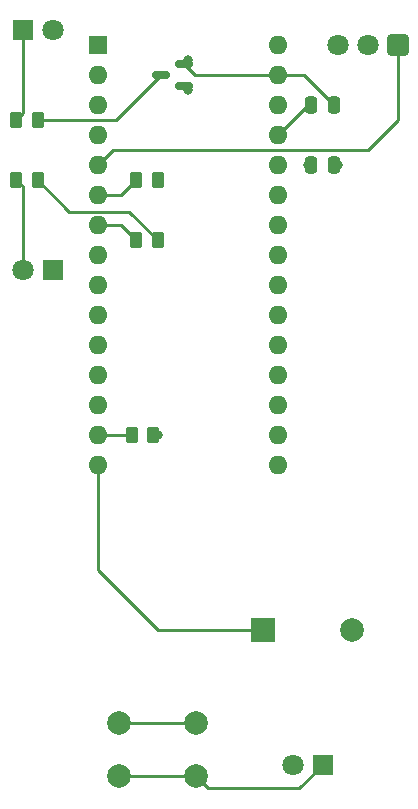
<source format=gtl>
G04 #@! TF.GenerationSoftware,KiCad,Pcbnew,6.0.1-79c1e3a40b~116~ubuntu20.04.1*
G04 #@! TF.CreationDate,2022-02-01T23:26:20-08:00*
G04 #@! TF.ProjectId,Laser_Tag,4c617365-725f-4546-9167-2e6b69636164,2-1-22*
G04 #@! TF.SameCoordinates,Original*
G04 #@! TF.FileFunction,Copper,L1,Top*
G04 #@! TF.FilePolarity,Positive*
%FSLAX46Y46*%
G04 Gerber Fmt 4.6, Leading zero omitted, Abs format (unit mm)*
G04 Created by KiCad (PCBNEW 6.0.1-79c1e3a40b~116~ubuntu20.04.1) date 2022-02-01 23:26:20*
%MOMM*%
%LPD*%
G01*
G04 APERTURE LIST*
G04 Aperture macros list*
%AMRoundRect*
0 Rectangle with rounded corners*
0 $1 Rounding radius*
0 $2 $3 $4 $5 $6 $7 $8 $9 X,Y pos of 4 corners*
0 Add a 4 corners polygon primitive as box body*
4,1,4,$2,$3,$4,$5,$6,$7,$8,$9,$2,$3,0*
0 Add four circle primitives for the rounded corners*
1,1,$1+$1,$2,$3*
1,1,$1+$1,$4,$5*
1,1,$1+$1,$6,$7*
1,1,$1+$1,$8,$9*
0 Add four rect primitives between the rounded corners*
20,1,$1+$1,$2,$3,$4,$5,0*
20,1,$1+$1,$4,$5,$6,$7,0*
20,1,$1+$1,$6,$7,$8,$9,0*
20,1,$1+$1,$8,$9,$2,$3,0*%
G04 Aperture macros list end*
G04 #@! TA.AperFunction,SMDPad,CuDef*
%ADD10RoundRect,0.250000X-0.250000X-0.475000X0.250000X-0.475000X0.250000X0.475000X-0.250000X0.475000X0*%
G04 #@! TD*
G04 #@! TA.AperFunction,ComponentPad*
%ADD11C,2.000000*%
G04 #@! TD*
G04 #@! TA.AperFunction,SMDPad,CuDef*
%ADD12RoundRect,0.250000X-0.262500X-0.450000X0.262500X-0.450000X0.262500X0.450000X-0.262500X0.450000X0*%
G04 #@! TD*
G04 #@! TA.AperFunction,SMDPad,CuDef*
%ADD13RoundRect,0.250000X0.262500X0.450000X-0.262500X0.450000X-0.262500X-0.450000X0.262500X-0.450000X0*%
G04 #@! TD*
G04 #@! TA.AperFunction,SMDPad,CuDef*
%ADD14RoundRect,0.150000X0.587500X0.150000X-0.587500X0.150000X-0.587500X-0.150000X0.587500X-0.150000X0*%
G04 #@! TD*
G04 #@! TA.AperFunction,ComponentPad*
%ADD15R,1.600000X1.600000*%
G04 #@! TD*
G04 #@! TA.AperFunction,ComponentPad*
%ADD16O,1.600000X1.600000*%
G04 #@! TD*
G04 #@! TA.AperFunction,ComponentPad*
%ADD17R,2.000000X2.000000*%
G04 #@! TD*
G04 #@! TA.AperFunction,ComponentPad*
%ADD18RoundRect,0.250200X0.649800X0.649800X-0.649800X0.649800X-0.649800X-0.649800X0.649800X-0.649800X0*%
G04 #@! TD*
G04 #@! TA.AperFunction,ComponentPad*
%ADD19C,1.800000*%
G04 #@! TD*
G04 #@! TA.AperFunction,ComponentPad*
%ADD20R,1.800000X1.800000*%
G04 #@! TD*
G04 #@! TA.AperFunction,ViaPad*
%ADD21C,0.800000*%
G04 #@! TD*
G04 #@! TA.AperFunction,Conductor*
%ADD22C,0.250000*%
G04 #@! TD*
G04 APERTURE END LIST*
D10*
X129860000Y-95250000D03*
X131760000Y-95250000D03*
D11*
X113590000Y-142530000D03*
X120090000Y-142530000D03*
X113590000Y-147030000D03*
X120090000Y-147030000D03*
D12*
X104855000Y-91440000D03*
X106680000Y-91440000D03*
D13*
X116840000Y-101600000D03*
X115015000Y-101600000D03*
D14*
X119047500Y-88580000D03*
X119047500Y-86680000D03*
X117172500Y-87630000D03*
D15*
X111760000Y-85090000D03*
D16*
X111760000Y-87630000D03*
X111760000Y-90170000D03*
X111760000Y-92710000D03*
X111760000Y-95250000D03*
X111760000Y-97790000D03*
X111760000Y-100330000D03*
X111760000Y-102870000D03*
X111760000Y-105410000D03*
X111760000Y-107950000D03*
X111760000Y-110490000D03*
X111760000Y-113030000D03*
X111760000Y-115570000D03*
X111760000Y-118110000D03*
X111760000Y-120650000D03*
X127000000Y-120650000D03*
X127000000Y-118110000D03*
X127000000Y-115570000D03*
X127000000Y-113030000D03*
X127000000Y-110490000D03*
X127000000Y-107950000D03*
X127000000Y-105410000D03*
X127000000Y-102870000D03*
X127000000Y-100330000D03*
X127000000Y-97790000D03*
X127000000Y-95250000D03*
X127000000Y-92710000D03*
X127000000Y-90170000D03*
X127000000Y-87630000D03*
X127000000Y-85090000D03*
D10*
X129860000Y-90170000D03*
X131760000Y-90170000D03*
D17*
X125740000Y-134620000D03*
D11*
X133340000Y-134620000D03*
D13*
X116482500Y-118110000D03*
X114657500Y-118110000D03*
X106680000Y-96520000D03*
X104855000Y-96520000D03*
D18*
X137160000Y-85090000D03*
D19*
X134620000Y-85090000D03*
X132080000Y-85090000D03*
D20*
X130810000Y-146050000D03*
D19*
X128270000Y-146050000D03*
D13*
X116840000Y-96520000D03*
X115015000Y-96520000D03*
D20*
X107950000Y-104140000D03*
D19*
X105410000Y-104140000D03*
D20*
X105410000Y-83820000D03*
D19*
X107950000Y-83820000D03*
D21*
X131760000Y-90170000D03*
X119380000Y-86360000D03*
X132080000Y-95250000D03*
X116840000Y-101600000D03*
X129540000Y-95250000D03*
X106680000Y-96520000D03*
X116840000Y-118110000D03*
X106680000Y-91440000D03*
X119380000Y-88900000D03*
X116840000Y-96520000D03*
D22*
X120090000Y-147030000D02*
X121090000Y-148030000D01*
X121090000Y-148030000D02*
X128830000Y-148030000D01*
X128830000Y-148030000D02*
X130810000Y-146050000D01*
X129220000Y-87630000D02*
X131760000Y-90170000D01*
X127000000Y-87630000D02*
X119997500Y-87630000D01*
X119997500Y-87630000D02*
X119047500Y-86680000D01*
X127000000Y-87630000D02*
X129220000Y-87630000D01*
X137160000Y-91440000D02*
X137160000Y-85090000D01*
X134620000Y-93980000D02*
X137160000Y-91440000D01*
X111760000Y-95250000D02*
X113030000Y-93980000D01*
X113030000Y-93980000D02*
X134620000Y-93980000D01*
X113745000Y-97790000D02*
X115015000Y-96520000D01*
X111760000Y-97790000D02*
X113745000Y-97790000D01*
X113590000Y-142530000D02*
X120090000Y-142530000D01*
X113745000Y-100330000D02*
X115015000Y-101600000D01*
X111760000Y-100330000D02*
X113745000Y-100330000D01*
X111760000Y-118110000D02*
X114657500Y-118110000D01*
X111760000Y-129540000D02*
X111760000Y-120650000D01*
X116840000Y-134620000D02*
X111760000Y-129540000D01*
X125740000Y-134620000D02*
X116840000Y-134620000D01*
X106680000Y-96520000D02*
X109365489Y-99205489D01*
X109365489Y-99205489D02*
X114445489Y-99205489D01*
X129860000Y-90170000D02*
X129540000Y-90170000D01*
X114445489Y-99205489D02*
X116840000Y-101600000D01*
X129540000Y-90490000D02*
X129860000Y-90170000D01*
X129540000Y-90170000D02*
X127000000Y-92710000D01*
X105410000Y-83820000D02*
X105410000Y-90885000D01*
X105410000Y-90885000D02*
X104855000Y-91440000D01*
X113362500Y-91440000D02*
X117172500Y-87630000D01*
X106680000Y-91440000D02*
X113362500Y-91440000D01*
X104855000Y-96520000D02*
X105410000Y-97075000D01*
X105410000Y-97075000D02*
X105410000Y-104140000D01*
X113590000Y-147030000D02*
X120090000Y-147030000D01*
M02*

</source>
